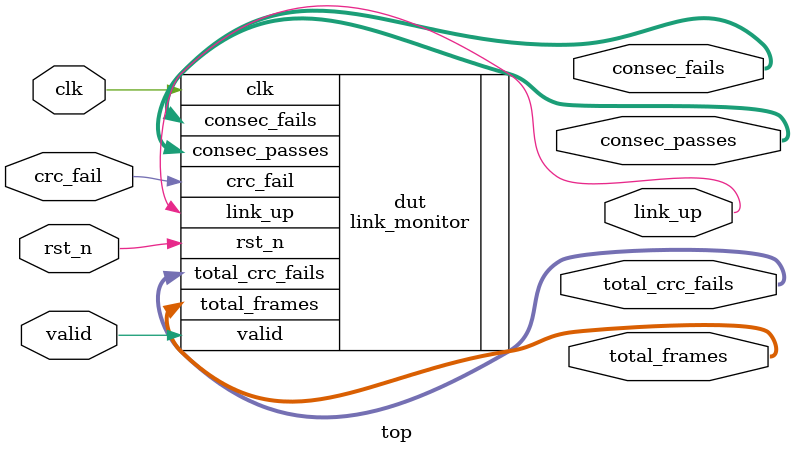
<source format=sv>

module top #(
    parameter int FAILS_TO_DOWN = 4,
    parameter int PASSES_TO_UP = 8
)(
    input  logic        clk,
    input  logic        rst_n,
    input  logic        valid,
    input  logic        crc_fail,

    output logic        link_up,
    output logic [31:0] total_frames,
    output logic [31:0] total_crc_fails,
    output logic [31:0] consec_fails,
    output logic [31:0] consec_passes
);

    link_monitor #(
        .FAILS_TO_DOWN(FAILS_TO_DOWN),
        .PASSES_TO_UP(PASSES_TO_UP)
    ) dut (
        .clk(clk),
        .rst_n(rst_n),
        .valid(valid),
        .crc_fail(crc_fail),
        .link_up(link_up),
        .total_frames(total_frames),
        .total_crc_fails(total_crc_fails),
        .consec_fails(consec_fails),
        .consec_passes(consec_passes)
    );

endmodule

</source>
